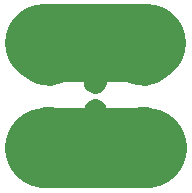
<source format=gbs>
%TF.GenerationSoftware,KiCad,Pcbnew,4.0.5-e0-6337~49~ubuntu16.04.1*%
%TF.CreationDate,2017-07-06T19:38:19-07:00*%
%TF.ProjectId,2x2-Tilt-Switch-SW-520D-TH,3278322D54696C742D5377697463682D,1.0*%
%TF.FileFunction,Soldermask,Bot*%
%FSLAX46Y46*%
G04 Gerber Fmt 4.6, Leading zero omitted, Abs format (unit mm)*
G04 Created by KiCad (PCBNEW 4.0.5-e0-6337~49~ubuntu16.04.1) date Thu Jul  6 19:38:19 2017*
%MOMM*%
%LPD*%
G01*
G04 APERTURE LIST*
%ADD10C,0.350000*%
%ADD11C,6.600000*%
%ADD12C,6.800000*%
G04 APERTURE END LIST*
D10*
D11*
X24843500Y-27991000D02*
X16144000Y-27991000D01*
D12*
X24907000Y-36881000D02*
X16207500Y-36881000D01*
D10*
G36*
X16848110Y-33425847D02*
X17439055Y-33547151D01*
X17995198Y-33780932D01*
X18495334Y-34118278D01*
X18920421Y-34546343D01*
X19254266Y-35048821D01*
X19484156Y-35606576D01*
X19601264Y-36198014D01*
X19601264Y-36198024D01*
X19601331Y-36198363D01*
X19591710Y-36887416D01*
X19591633Y-36887754D01*
X19591633Y-36887762D01*
X19458057Y-37475701D01*
X19212685Y-38026816D01*
X18864937Y-38519778D01*
X18428062Y-38935809D01*
X17918700Y-39259061D01*
X17356254Y-39477219D01*
X16762147Y-39581976D01*
X16159003Y-39569342D01*
X15569800Y-39439797D01*
X15016982Y-39198277D01*
X14521607Y-38853982D01*
X14102537Y-38420023D01*
X13775738Y-37912930D01*
X13553656Y-37352014D01*
X13444755Y-36758658D01*
X13453177Y-36155441D01*
X13578606Y-35565347D01*
X13816259Y-35010858D01*
X14157091Y-34513088D01*
X14588112Y-34091000D01*
X15092913Y-33760668D01*
X15652259Y-33534677D01*
X16244845Y-33421636D01*
X16848110Y-33425847D01*
X16848110Y-33425847D01*
G37*
G36*
X24848110Y-33425847D02*
X25439055Y-33547151D01*
X25995198Y-33780932D01*
X26495334Y-34118278D01*
X26920421Y-34546343D01*
X27254266Y-35048821D01*
X27484156Y-35606576D01*
X27601264Y-36198014D01*
X27601264Y-36198024D01*
X27601331Y-36198363D01*
X27591710Y-36887416D01*
X27591633Y-36887754D01*
X27591633Y-36887762D01*
X27458057Y-37475701D01*
X27212685Y-38026816D01*
X26864937Y-38519778D01*
X26428062Y-38935809D01*
X25918700Y-39259061D01*
X25356254Y-39477219D01*
X24762147Y-39581976D01*
X24159003Y-39569342D01*
X23569800Y-39439797D01*
X23016982Y-39198277D01*
X22521607Y-38853982D01*
X22102537Y-38420023D01*
X21775738Y-37912930D01*
X21553656Y-37352014D01*
X21444755Y-36758658D01*
X21453177Y-36155441D01*
X21578606Y-35565347D01*
X21816259Y-35010858D01*
X22157091Y-34513088D01*
X22588112Y-34091000D01*
X23092913Y-33760668D01*
X23652259Y-33534677D01*
X24244845Y-33421636D01*
X24848110Y-33425847D01*
X24848110Y-33425847D01*
G37*
G36*
X20601383Y-32735441D02*
X20786795Y-32773501D01*
X20961297Y-32846855D01*
X21118221Y-32952702D01*
X21251598Y-33087012D01*
X21356345Y-33244671D01*
X21428477Y-33419674D01*
X21465174Y-33605008D01*
X21465174Y-33605018D01*
X21465241Y-33605357D01*
X21462222Y-33821557D01*
X21462146Y-33821891D01*
X21462146Y-33821904D01*
X21420288Y-34006142D01*
X21343300Y-34179059D01*
X21234188Y-34333735D01*
X21097113Y-34464270D01*
X20937294Y-34565694D01*
X20760816Y-34634145D01*
X20574410Y-34667014D01*
X20385162Y-34663049D01*
X20200293Y-34622404D01*
X20026836Y-34546622D01*
X19871408Y-34438597D01*
X19739919Y-34302436D01*
X19637381Y-34143328D01*
X19567698Y-33967330D01*
X19533529Y-33781158D01*
X19536171Y-33591891D01*
X19575527Y-33406739D01*
X19650093Y-33232761D01*
X19757035Y-33076578D01*
X19892273Y-32944142D01*
X20050663Y-32840496D01*
X20226166Y-32769587D01*
X20412096Y-32734120D01*
X20601383Y-32735441D01*
X20601383Y-32735441D01*
G37*
G36*
X20601383Y-30335441D02*
X20786795Y-30373501D01*
X20961297Y-30446855D01*
X21118221Y-30552702D01*
X21251598Y-30687012D01*
X21356345Y-30844671D01*
X21428477Y-31019674D01*
X21465174Y-31205008D01*
X21465174Y-31205018D01*
X21465241Y-31205357D01*
X21462222Y-31421557D01*
X21462146Y-31421891D01*
X21462146Y-31421904D01*
X21420288Y-31606142D01*
X21343300Y-31779059D01*
X21234188Y-31933735D01*
X21097113Y-32064270D01*
X20937294Y-32165694D01*
X20760816Y-32234145D01*
X20574410Y-32267014D01*
X20385162Y-32263049D01*
X20200293Y-32222404D01*
X20026836Y-32146622D01*
X19871408Y-32038597D01*
X19739919Y-31902436D01*
X19637381Y-31743328D01*
X19567698Y-31567330D01*
X19533529Y-31381158D01*
X19536171Y-31191891D01*
X19575527Y-31006739D01*
X19650093Y-30832761D01*
X19757035Y-30676578D01*
X19892273Y-30544142D01*
X20050663Y-30440496D01*
X20226166Y-30369587D01*
X20412096Y-30334120D01*
X20601383Y-30335441D01*
X20601383Y-30335441D01*
G37*
G36*
X16848110Y-25425847D02*
X17439055Y-25547151D01*
X17995198Y-25780932D01*
X18495334Y-26118278D01*
X18920421Y-26546343D01*
X19254266Y-27048821D01*
X19484156Y-27606576D01*
X19601264Y-28198014D01*
X19601264Y-28198024D01*
X19601331Y-28198363D01*
X19591710Y-28887416D01*
X19591633Y-28887754D01*
X19591633Y-28887762D01*
X19458057Y-29475701D01*
X19212685Y-30026816D01*
X18864937Y-30519778D01*
X18428062Y-30935809D01*
X17918700Y-31259061D01*
X17356254Y-31477219D01*
X16762147Y-31581976D01*
X16159003Y-31569342D01*
X15569800Y-31439797D01*
X15016982Y-31198277D01*
X14521607Y-30853982D01*
X14102537Y-30420023D01*
X13775738Y-29912930D01*
X13553656Y-29352014D01*
X13444755Y-28758658D01*
X13453177Y-28155441D01*
X13578606Y-27565347D01*
X13816259Y-27010858D01*
X14157091Y-26513088D01*
X14588112Y-26091000D01*
X15092913Y-25760668D01*
X15652259Y-25534677D01*
X16244845Y-25421636D01*
X16848110Y-25425847D01*
X16848110Y-25425847D01*
G37*
G36*
X24848110Y-25425847D02*
X25439055Y-25547151D01*
X25995198Y-25780932D01*
X26495334Y-26118278D01*
X26920421Y-26546343D01*
X27254266Y-27048821D01*
X27484156Y-27606576D01*
X27601264Y-28198014D01*
X27601264Y-28198024D01*
X27601331Y-28198363D01*
X27591710Y-28887416D01*
X27591633Y-28887754D01*
X27591633Y-28887762D01*
X27458057Y-29475701D01*
X27212685Y-30026816D01*
X26864937Y-30519778D01*
X26428062Y-30935809D01*
X25918700Y-31259061D01*
X25356254Y-31477219D01*
X24762147Y-31581976D01*
X24159003Y-31569342D01*
X23569800Y-31439797D01*
X23016982Y-31198277D01*
X22521607Y-30853982D01*
X22102537Y-30420023D01*
X21775738Y-29912930D01*
X21553656Y-29352014D01*
X21444755Y-28758658D01*
X21453177Y-28155441D01*
X21578606Y-27565347D01*
X21816259Y-27010858D01*
X22157091Y-26513088D01*
X22588112Y-26091000D01*
X23092913Y-25760668D01*
X23652259Y-25534677D01*
X24244845Y-25421636D01*
X24848110Y-25425847D01*
X24848110Y-25425847D01*
G37*
M02*

</source>
